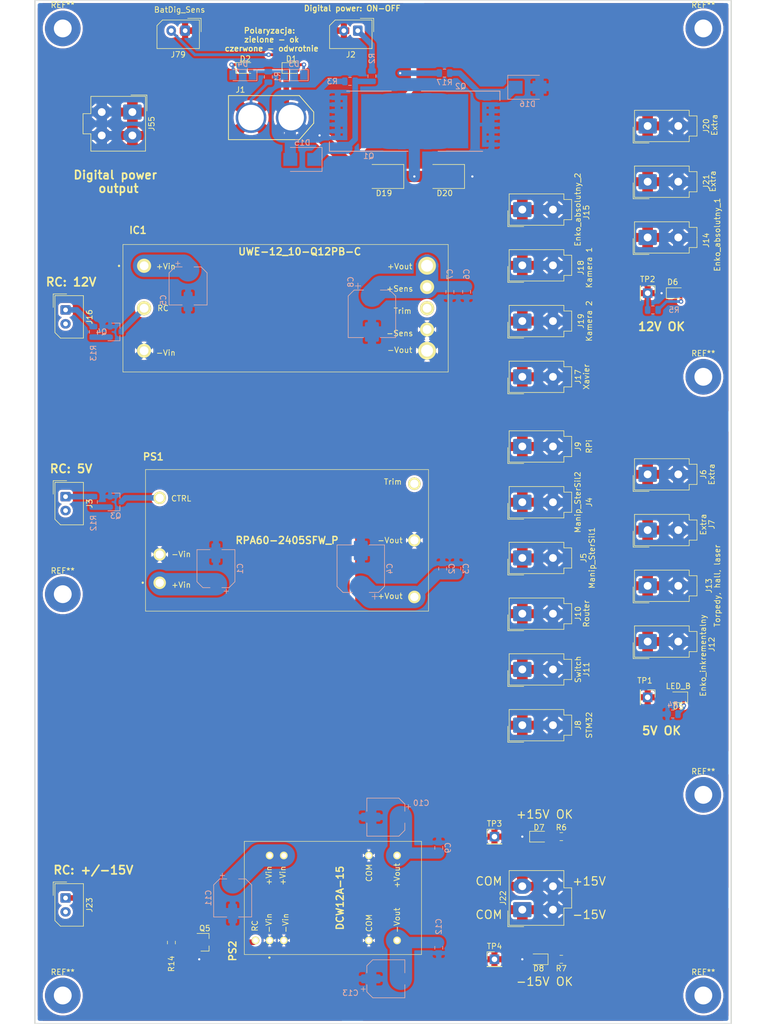
<source format=kicad_pcb>
(kicad_pcb (version 20171130) (host pcbnew "(5.0.2)-1")
  (layers (0 F.Cu signal) (31 B.Cu signal) (34 B.Paste user) (35 F.Paste user) (36 B.SilkS user) (37 F.SilkS user) (38 B.Mask user) (39 F.Mask user) (44 Edge.Cuts user))
  (net 0 "")
  (net 1 -BattDigit)
  (net 2 +BattDigit)
  (net 3 "Net-(C2-Pad1)")
  (net 4 "Net-(C6-Pad1)")
  (net 5 "Net-(C10-Pad1)")
  (net 6 "Net-(C12-Pad2)")
  (net 7 "Net-(D1-Pad2)")
  (net 8 /logika_main/-Batt)
  (net 9 "Net-(D5-Pad1)")
  (net 10 "Net-(D6-Pad2)")
  (net 11 "Net-(D7-Pad2)")
  (net 12 "Net-(D8-Pad1)")
  (net 13 "Net-(IC1-Pad2)")
  (net 14 "Net-(J2-Pad1)")
  (net 15 "Net-(J3-Pad1)")
  (net 16 "Net-(J16-Pad1)")
  (net 17 "Net-(J23-Pad1)")
  (net 18 "Net-(PS1-Pad3)")
  (net 19 "Net-(PS2-Pad1)")
  (net 20 "Net-(D2-Pad1)")
  (net 21 "Net-(D3-Pad2)")
  (net 22 "Net-(Q3-Pad1)")
  (net 23 "Net-(Q4-Pad1)")
  (net 24 "Net-(Q5-Pad1)")
  (net 25 "Net-(D15-Pad1)")
  (net 26 "Net-(D16-Pad1)")
  (net 27 "Net-(D19-Pad1)")
  (module MountingHole:MountingHole_3.2mm_M3_Pad (layer F.Cu) (at 138.24 156.404)
    (fp_text reference REF** (at 0 -4.2) (layer F.SilkS))
    (fp_text value MountingHole_3.2mm_M3_Pad)
    (pad 1 thru_hole circle (at 0 0) (size 6.4 6.4) (drill 3.2) (layers *.Cu *.Mask))
  )
  (module Connector_PinHeader_2.54mm:PinHeader_1x01_P2.54mm_Vertical (layer F.Cu) (at 128.24 66.404 270)
    (fp_text reference TP2 (at -2.5 0) (layer F.SilkS))
    (fp_text value D_12V)
    (pad 1 thru_hole rect (at 0 0 270) (size 1.7 1.7) (drill 1) (layers *.Cu *.Mask) (net 4 "Net-(C6-Pad1)"))
  )
  (module Resistor_SMD:R_0805_2012Metric (layer B.Cu) (at 78.74 27.4665 270)
    (fp_text reference R2 (at -3.175 0 270) (layer B.SilkS) (effects (justify mirror)))
    (fp_text value 100)
    (pad 1 smd roundrect (at -0.9375 0 270) (size 0.975 1.4) (layers B.Cu B.Paste B.Mask) (net 14 "Net-(J2-Pad1)"))
    (pad 2 smd roundrect (at 0.9375 0 270) (size 0.975 1.4) (layers B.Cu B.Paste B.Mask) (net 25 "Net-(D15-Pad1)"))
  )
  (module Resistor_SMD:R_0805_2012Metric (layer B.Cu) (at 74.8025 28.404 180)
    (fp_text reference R3 (at 3.175 0 180) (layer B.SilkS) (effects (justify mirror)))
    (fp_text value 10k)
    (pad 1 smd roundrect (at -0.9375 0 180) (size 0.975 1.4) (layers B.Cu B.Paste B.Mask) (net 25 "Net-(D15-Pad1)"))
    (pad 2 smd roundrect (at 0.9375 0 180) (size 0.975 1.4) (layers B.Cu B.Paste B.Mask) (net 8 /logika_main/-Batt))
  )
  (module DCW12A-15:DCW12A-15 (layer F.Cu) (at 71.74 174.904 90)
    (fp_text reference PS2 (at -9.5 -18 90) (layer F.SilkS) (effects (font (size 1.27 1.27) (thickness 0.254))))
    (fp_text value DCW12A-15 (at 0 1.27 90) (layer F.SilkS) (effects (font (size 1.27 1.27) (thickness 0.254))))
    (fp_text user RC (at -5 -14 90) (layer F.SilkS))
    (fp_text user -Vin (at -4.5 -11.5 90) (layer F.SilkS))
    (fp_text user -Vin (at -4.5 -8.5 90) (layer F.SilkS))
    (fp_text user +Vin (at 4 -11.5 90) (layer F.SilkS))
    (fp_text user +Vin (at 4 -9 90) (layer F.SilkS))
    (fp_text user COM (at -4.5 6.5 90) (layer F.SilkS))
    (fp_text user COM (at 4.5 6.5 90) (layer F.SilkS))
    (fp_text user -Vout (at -4 11.5 90) (layer F.SilkS))
    (fp_text user +Vout (at 4 11.5 90) (layer F.SilkS))
    (pad 2 thru_hole circle (at -7.62 -11.36 180) (size 1.4 1.4) (drill 0.9) (layers *.Cu *.Mask F.SilkS) (net 1 -BattDigit))
    (pad 3 thru_hole circle (at -7.62 -8.82 180) (size 1.4 1.4) (drill 0.9) (layers *.Cu *.Mask F.SilkS) (net 1 -BattDigit))
    (pad 9 thru_hole circle (at -7.62 6.44 180) (size 1.4 1.4) (drill 0.9) (layers *.Cu *.Mask F.SilkS) (net 1 -BattDigit))
    (pad 11 thru_hole circle (at -7.62 11.52 180) (size 1.4 1.4) (drill 0.9) (layers *.Cu *.Mask F.SilkS) (net 6 "Net-(C12-Pad2)"))
    (pad 14 thru_hole circle (at 7.62 11.52 180) (size 1.4 1.4) (drill 0.9) (layers *.Cu *.Mask F.SilkS) (net 5 "Net-(C10-Pad1)"))
    (pad 16 thru_hole circle (at 7.62 6.44 180) (size 1.4 1.4) (drill 0.9) (layers *.Cu *.Mask F.SilkS) (net 1 -BattDigit))
    (pad 22 thru_hole circle (at 7.62 -8.82 180) (size 1.4 1.4) (drill 0.9) (layers *.Cu *.Mask F.SilkS) (net 2 +BattDigit))
    (pad 23 thru_hole circle (at 7.62 -11.36 180) (size 1.4 1.4) (drill 0.9) (layers *.Cu *.Mask F.SilkS) (net 2 +BattDigit))
    (pad 1 thru_hole circle (at -7.62 -13.9 180) (size 1.4 1.4) (drill 0.9) (layers *.Cu *.Mask F.SilkS) (net 19 "Net-(PS2-Pad1)"))
  )
  (module UWE-12_10-Q12P-C:UWE-12_10-Q12P-C (layer F.Cu) (at 63.24 69.104)
    (fp_text reference IC1 (at -26.5 -14) (layer F.SilkS) (effects (font (size 1.27 1.27) (thickness 0.254))))
    (fp_text value UWE-12_10-Q12PB-C (at 2.54 -10.16) (layer F.SilkS) (effects (font (size 1.27 1.27) (thickness 0.254))))
    (fp_text user +Vin (at -21.5 -7.5) (layer F.SilkS))
    (fp_text user -Vin (at -21.5 8) (layer F.SilkS))
    (fp_text user RC (at -22 0) (layer F.SilkS))
    (fp_text user -Vout (at 20.5 7.5) (layer F.SilkS))
    (fp_text user +Vout (at 20.5 -7.5) (layer F.SilkS))
    (fp_text user +Sens (at 20.5 -3.5) (layer F.SilkS))
    (fp_text user -Sens (at 20.5 4.5) (layer F.SilkS))
    (fp_text user Trim (at 21 0.5) (layer F.SilkS))
    (pad 1 thru_hole circle (at -25.4 -7.62 90) (size 2.54 2.54) (drill 1.5748) (layers *.Cu *.Mask F.SilkS) (net 2 +BattDigit))
    (pad 2 thru_hole circle (at -25.4 0 90) (size 2.54 2.54) (drill 1.5748) (layers *.Cu *.Mask F.SilkS) (net 13 "Net-(IC1-Pad2)"))
    (pad 3 thru_hole circle (at -25.4 7.62 90) (size 2.54 2.54) (drill 1.5748) (layers *.Cu *.Mask F.SilkS) (net 1 -BattDigit))
    (pad 4 thru_hole circle (at 25.4 7.62 90) (size 3.2 3.2) (drill 2.1336) (layers *.Cu *.Mask F.SilkS) (net 1 -BattDigit))
    (pad 5 thru_hole circle (at 25.4 3.81 90) (size 2.54 2.54) (drill 1.5748) (layers *.Cu *.Mask F.SilkS) (net 1 -BattDigit))
    (pad 6 thru_hole circle (at 25.4 0 90) (size 2.54 2.54) (drill 1.5748) (layers *.Cu *.Mask F.SilkS))
    (pad 7 thru_hole circle (at 25.4 -3.81 90) (size 2.54 2.54) (drill 1.5748) (layers *.Cu *.Mask F.SilkS) (net 4 "Net-(C6-Pad1)"))
    (pad 8 thru_hole circle (at 25.4 -7.62 90) (size 3.2 3.2) (drill 2.1336) (layers *.Cu *.Mask F.SilkS) (net 4 "Net-(C6-Pad1)"))
  )
  (module LED_SMD:LED_0805_2012Metric (layer F.Cu) (at 133.28 66.404)
    (fp_text reference D6 (at -0.54 -2 180) (layer F.SilkS))
    (fp_text value LED_B)
    (pad 1 smd roundrect (at -0.9375 0) (size 0.975 1.4) (layers F.Cu F.Paste F.Mask) (net 1 -BattDigit))
    (pad 2 smd roundrect (at 0.9375 0) (size 0.975 1.4) (layers F.Cu F.Paste F.Mask) (net 10 "Net-(D6-Pad2)"))
  )
  (module molex_3d_2pin:Molex_Mini-Fit_Jr_5566-02A_2x01_P4.20mm_Vertical (layer F.Cu) (at 105.74 51.404 90)
    (fp_text reference J15 (at -0.5 11.5 90) (layer F.SilkS))
    (fp_text value Enko_absolutny_2 (at 0 9.95 90) (layer F.SilkS))
    (pad 1 thru_hole roundrect (at 0 0 90) (size 2.7 3.3) (drill 1.4) (layers *.Cu *.Mask) (roundrect_rratio 0.09259299999999999) (net 4 "Net-(C6-Pad1)"))
    (pad 2 thru_hole oval (at 0 5.5 90) (size 2.7 3.3) (drill 1.4) (layers *.Cu *.Mask) (net 1 -BattDigit))
  )
  (module molex_3d_2pin:Molex_Mini-Fit_Jr_5566-02A_2x01_P4.20mm_Vertical (layer F.Cu) (at 128.24 36.404 90)
    (fp_text reference J20 (at 0 10.52 90) (layer F.SilkS))
    (fp_text value Extra (at 0.18 12 90) (layer F.SilkS))
    (pad 1 thru_hole roundrect (at 0 0 90) (size 2.7 3.3) (drill 1.4) (layers *.Cu *.Mask) (roundrect_rratio 0.09259299999999999) (net 4 "Net-(C6-Pad1)"))
    (pad 2 thru_hole oval (at 0 5.5 90) (size 2.7 3.3) (drill 1.4) (layers *.Cu *.Mask) (net 1 -BattDigit))
  )
  (module molex_3d_2pin:Molex_Mini-Fit_Jr_5566-02A_2x01_P4.20mm_Vertical (layer F.Cu) (at 105.74 61.404 90)
    (fp_text reference J18 (at -0.42 10.5 90) (layer F.SilkS))
    (fp_text value "Kamera 1" (at -0.42 12 90) (layer F.SilkS))
    (pad 1 thru_hole roundrect (at 0 0 90) (size 2.7 3.3) (drill 1.4) (layers *.Cu *.Mask) (roundrect_rratio 0.09259299999999999) (net 4 "Net-(C6-Pad1)"))
    (pad 2 thru_hole oval (at 0 5.5 90) (size 2.7 3.3) (drill 1.4) (layers *.Cu *.Mask) (net 1 -BattDigit))
  )
  (module molex_3d_2pin:Molex_Mini-Fit_Jr_5566-02A_2x01_P4.20mm_Vertical (layer F.Cu) (at 105.74 81.404 90)
    (fp_text reference J17 (at 0 10 90) (layer F.SilkS))
    (fp_text value Xavier (at 0 11.5 90) (layer F.SilkS))
    (pad 2 thru_hole oval (at 0 5.5 90) (size 2.7 3.3) (drill 1.4) (layers *.Cu *.Mask) (net 1 -BattDigit))
    (pad 1 thru_hole roundrect (at 0 0 90) (size 2.7 3.3) (drill 1.4) (layers *.Cu *.Mask) (roundrect_rratio 0.09259299999999999) (net 4 "Net-(C6-Pad1)"))
  )
  (module molex_3d_2pin:Molex_Mini-Fit_Jr_5566-02A_2x01_P4.20mm_Vertical (layer F.Cu) (at 128.24 46.404 90)
    (fp_text reference J21 (at 0 10.52 90) (layer F.SilkS))
    (fp_text value Extra (at 0.075 11.695 90) (layer F.SilkS))
    (pad 2 thru_hole oval (at 0 5.5 90) (size 2.7 3.3) (drill 1.4) (layers *.Cu *.Mask) (net 1 -BattDigit))
    (pad 1 thru_hole roundrect (at 0 0 90) (size 2.7 3.3) (drill 1.4) (layers *.Cu *.Mask) (roundrect_rratio 0.09259299999999999) (net 4 "Net-(C6-Pad1)"))
  )
  (module molex_3d_2pin:Molex_Mini-Fit_Jr_5566-02A_2x01_P4.20mm_Vertical (layer F.Cu) (at 128.24 56.404 90)
    (fp_text reference J14 (at -0.5 10.5 90) (layer F.SilkS))
    (fp_text value Enko_absolutny_1 (at 0.5 12.5 90) (layer F.SilkS))
    (pad 2 thru_hole oval (at 0 5.5 90) (size 2.7 3.3) (drill 1.4) (layers *.Cu *.Mask) (net 1 -BattDigit))
    (pad 1 thru_hole roundrect (at 0 0 90) (size 2.7 3.3) (drill 1.4) (layers *.Cu *.Mask) (roundrect_rratio 0.09259299999999999) (net 4 "Net-(C6-Pad1)"))
  )
  (module molex_3d_2pin:Molex_Mini-Fit_Jr_5566-02A_2x01_P4.20mm_Vertical (layer F.Cu) (at 105.74 71.404 90)
    (fp_text reference J19 (at 0 10.52 90) (layer F.SilkS))
    (fp_text value "Kamera 2" (at 0 12 90) (layer F.SilkS))
    (pad 2 thru_hole oval (at 0 5.5 90) (size 2.7 3.3) (drill 1.4) (layers *.Cu *.Mask) (net 1 -BattDigit))
    (pad 1 thru_hole roundrect (at 0 0 90) (size 2.7 3.3) (drill 1.4) (layers *.Cu *.Mask) (roundrect_rratio 0.09259299999999999) (net 4 "Net-(C6-Pad1)"))
  )
  (module Connector_Molex:Molex_SPOX_5267-02A_1x02_P2.50mm_Vertical (layer F.Cu) (at 23.74 69.404 270)
    (fp_text reference J16 (at 1.25 -4.3 270) (layer F.SilkS))
    (fp_text value RC_D_12V)
    (pad 2 thru_hole oval (at 2.5 0 270) (size 1.7 1.85) (drill 0.85) (layers *.Cu *.Mask))
    (pad 1 thru_hole roundrect (at 0 0 270) (size 1.7 1.85) (drill 0.85) (layers *.Cu *.Mask) (roundrect_rratio 0.147059) (net 16 "Net-(J16-Pad1)"))
  )
  (module Resistor_SMD:R_0805_2012Metric (layer B.Cu) (at 28.74 73.3415 90)
    (fp_text reference R13 (at -3.81 0 90) (layer B.SilkS) (effects (justify mirror)))
    (fp_text value 3k3)
    (pad 2 smd roundrect (at 0.9375 0 90) (size 0.975 1.4) (layers B.Cu B.Paste B.Mask) (net 16 "Net-(J16-Pad1)"))
    (pad 1 smd roundrect (at -0.9375 0 90) (size 0.975 1.4) (layers B.Cu B.Paste B.Mask) (net 23 "Net-(Q4-Pad1)"))
  )
  (module Package_TO_SOT_SMD:SOT-23 (layer B.Cu) (at 32.74 73.354)
    (fp_text reference Q4 (at -2.54 0) (layer B.SilkS) (effects (justify mirror)))
    (fp_text value BC847A)
    (pad 3 smd rect (at 1 0) (size 0.9 0.8) (layers B.Cu B.Paste B.Mask) (net 13 "Net-(IC1-Pad2)"))
    (pad 2 smd rect (at -1 -0.95) (size 0.9 0.8) (layers B.Cu B.Paste B.Mask) (net 1 -BattDigit))
    (pad 1 smd rect (at -1 0.95) (size 0.9 0.8) (layers B.Cu B.Paste B.Mask) (net 23 "Net-(Q4-Pad1)"))
  )
  (module Resistor_SMD:R_0805_2012Metric (layer B.Cu) (at 129.1775 69.404 180)
    (fp_text reference R5 (at -3.81 0 180) (layer B.SilkS) (effects (justify mirror)))
    (fp_text value 1k8)
    (pad 1 smd roundrect (at -0.9375 0 180) (size 0.975 1.4) (layers B.Cu B.Paste B.Mask) (net 10 "Net-(D6-Pad2)"))
    (pad 2 smd roundrect (at 0.9375 0 180) (size 0.975 1.4) (layers B.Cu B.Paste B.Mask) (net 4 "Net-(C6-Pad1)"))
  )
  (module Capacitor_SMD:CP_Elec_6.3x5.4 (layer B.Cu) (at 50.74 115.824 90)
    (fp_text reference C1 (at 0 4.35 90) (layer B.SilkS) (effects (justify mirror)))
    (fp_text value 33uF)
    (pad 2 smd roundrect (at 2.8 0 90) (size 3.5 1.6) (layers B.Cu B.Paste B.Mask) (roundrect_rratio 0.15625) (net 1 -BattDigit))
    (pad 1 smd roundrect (at -2.8 0 90) (size 3.5 1.6) (layers B.Cu B.Paste B.Mask) (roundrect_rratio 0.15625) (net 2 +BattDigit))
  )
  (module Capacitor_SMD:C_0805_2012Metric (layer B.Cu) (at 91.44 115.824 90)
    (fp_text reference C2 (at 0 1.65 90) (layer B.SilkS) (effects (justify mirror)))
    (fp_text value 100nF)
    (pad 2 smd roundrect (at 0.9375 0 90) (size 0.975 1.4) (layers B.Cu B.Paste B.Mask) (net 1 -BattDigit))
    (pad 1 smd roundrect (at -0.9375 0 90) (size 0.975 1.4) (layers B.Cu B.Paste B.Mask) (net 3 "Net-(C2-Pad1)"))
  )
  (module Capacitor_SMD:CP_Elec_8x10 (layer B.Cu) (at 76.74 115.824 90)
    (fp_text reference C4 (at 0 5.2 90) (layer B.SilkS) (effects (justify mirror)))
    (fp_text value 200uF)
    (pad 1 smd roundrect (at -3.25 0 90) (size 3.5 2.5) (layers B.Cu B.Paste B.Mask) (roundrect_rratio 0.1) (net 3 "Net-(C2-Pad1)"))
    (pad 2 smd roundrect (at 3.25 0 90) (size 3.5 2.5) (layers B.Cu B.Paste B.Mask) (roundrect_rratio 0.1) (net 1 -BattDigit))
  )
  (module Capacitor_SMD:C_0805_2012Metric (layer B.Cu) (at 93.98 115.824 90)
    (fp_text reference C3 (at 0 1.65 90) (layer B.SilkS) (effects (justify mirror)))
    (fp_text value 10uF)
    (pad 2 smd roundrect (at 0.9375 0 90) (size 0.975 1.4) (layers B.Cu B.Paste B.Mask) (net 1 -BattDigit))
    (pad 1 smd roundrect (at -0.9375 0 90) (size 0.975 1.4) (layers B.Cu B.Paste B.Mask) (net 3 "Net-(C2-Pad1)"))
  )
  (module RPA60-2405SFW_P:RPA60-2405SFW_P (layer F.Cu) (at 63.5 110.744)
    (fp_text reference PS1 (at -24 -15) (layer F.SilkS) (effects (font (size 1.27 1.27) (thickness 0.254))))
    (fp_text value RPA60-2405SFW_P (at 0 0) (layer F.SilkS) (effects (font (size 1.27 1.27) (thickness 0.254))))
    (fp_text user +Vout (at 18.5 10) (layer F.SilkS))
    (fp_text user -Vout (at 18.5 0) (layer F.SilkS))
    (fp_text user Trim (at 19 -10.5) (layer F.SilkS))
    (fp_text user CTRL (at -19 -7.5) (layer F.SilkS))
    (fp_text user -Vin (at -19 2.5) (layer F.SilkS))
    (fp_text user +Vin (at -19 8) (layer F.SilkS))
    (pad 6 thru_hole circle (at 22.86 10.16 90) (size 2.25 2.25) (drill 1.5) (layers *.Cu *.Mask F.SilkS) (net 3 "Net-(C2-Pad1)"))
    (pad 5 thru_hole circle (at 22.86 0 90) (size 2.25 2.25) (drill 1.5) (layers *.Cu *.Mask F.SilkS) (net 1 -BattDigit))
    (pad 4 thru_hole circle (at 22.86 -10.16 90) (size 2.25 2.25) (drill 1.5) (layers *.Cu *.Mask F.SilkS))
    (pad 3 thru_hole circle (at -22.86 -7.62 90) (size 2.25 2.25) (drill 1.5) (layers *.Cu *.Mask F.SilkS) (net 18 "Net-(PS1-Pad3)"))
    (pad 2 thru_hole circle (at -22.86 2.54 90) (size 2.25 2.25) (drill 1.5) (layers *.Cu *.Mask F.SilkS) (net 1 -BattDigit))
    (pad 1 thru_hole circle (at -22.86 7.62 90) (size 2.25 2.25) (drill 1.5) (layers *.Cu *.Mask F.SilkS) (net 2 +BattDigit))
  )
  (module Capacitor_SMD:CP_Elec_6.3x5.4 (layer B.Cu) (at 45.74 65.104 270)
    (fp_text reference C5 (at 2.54 4.445 270) (layer B.SilkS) (effects (justify mirror)))
    (fp_text value 33uF)
    (pad 2 smd roundrect (at 2.8 0 270) (size 3.5 1.6) (layers B.Cu B.Paste B.Mask) (roundrect_rratio 0.15625) (net 1 -BattDigit))
    (pad 1 smd roundrect (at -2.8 0 270) (size 3.5 1.6) (layers B.Cu B.Paste B.Mask) (roundrect_rratio 0.15625) (net 2 +BattDigit))
  )
  (module Capacitor_SMD:C_0805_2012Metric (layer B.Cu) (at 95.74 66.1665 270)
    (fp_text reference C6 (at -3.175 0 270) (layer B.SilkS) (effects (justify mirror)))
    (fp_text value 100nF)
    (pad 2 smd roundrect (at 0.9375 0 270) (size 0.975 1.4) (layers B.Cu B.Paste B.Mask) (net 1 -BattDigit))
    (pad 1 smd roundrect (at -0.9375 0 270) (size 0.975 1.4) (layers B.Cu B.Paste B.Mask) (net 4 "Net-(C6-Pad1)"))
  )
  (module Capacitor_SMD:C_0805_2012Metric (layer B.Cu) (at 92.74 66.1665 270)
    (fp_text reference C7 (at -3.175 0 270) (layer B.SilkS) (effects (justify mirror)))
    (fp_text value 10uF)
    (pad 1 smd roundrect (at -0.9375 0 270) (size 0.975 1.4) (layers B.Cu B.Paste B.Mask) (net 4 "Net-(C6-Pad1)"))
    (pad 2 smd roundrect (at 0.9375 0 270) (size 0.975 1.4) (layers B.Cu B.Paste B.Mask) (net 1 -BattDigit))
  )
  (module Capacitor_SMD:CP_Elec_8x10 (layer B.Cu) (at 78.74 70.104 270)
    (fp_text reference C8 (at -5.715 3.81 270) (layer B.SilkS) (effects (justify mirror)))
    (fp_text value 200uF)
    (pad 2 smd roundrect (at 3.25 0 270) (size 3.5 2.5) (layers B.Cu B.Paste B.Mask) (roundrect_rratio 0.1) (net 1 -BattDigit))
    (pad 1 smd roundrect (at -3.25 0 270) (size 3.5 2.5) (layers B.Cu B.Paste B.Mask) (roundrect_rratio 0.1) (net 4 "Net-(C6-Pad1)"))
  )
  (module Capacitor_SMD:C_0805_2012Metric (layer B.Cu) (at 90.74 165.904 90)
    (fp_text reference C9 (at 0 1.65 90) (layer B.SilkS) (effects (justify mirror)))
    (fp_text value 100nF)
    (pad 1 smd roundrect (at -0.9375 0 90) (size 0.975 1.4) (layers B.Cu B.Paste B.Mask) (net 5 "Net-(C10-Pad1)"))
    (pad 2 smd roundrect (at 0.9375 0 90) (size 0.975 1.4) (layers B.Cu B.Paste B.Mask) (net 1 -BattDigit))
  )
  (module Capacitor_SMD:CP_Elec_6.3x7.7 (layer B.Cu) (at 81.24 160.404 180)
    (fp_text reference C10 (at -6.35 2.54 180) (layer B.SilkS) (effects (justify mirror)))
    (fp_text value 100uF)
    (pad 2 smd roundrect (at 2.7 0 180) (size 3.5 1.6) (layers B.Cu B.Paste B.Mask) (roundrect_rratio 0.15625) (net 1 -BattDigit))
    (pad 1 smd roundrect (at -2.7 0 180) (size 3.5 1.6) (layers B.Cu B.Paste B.Mask) (roundrect_rratio 0.15625) (net 5 "Net-(C10-Pad1)"))
  )
  (module Capacitor_SMD:CP_Elec_6.3x5.4 (layer B.Cu) (at 53.74 174.904 270)
    (fp_text reference C11 (at 0 4.35 270) (layer B.SilkS) (effects (justify mirror)))
    (fp_text value 33uF)
    (pad 1 smd roundrect (at -2.8 0 270) (size 3.5 1.6) (layers B.Cu B.Paste B.Mask) (roundrect_rratio 0.15625) (net 2 +BattDigit))
    (pad 2 smd roundrect (at 2.8 0 270) (size 3.5 1.6) (layers B.Cu B.Paste B.Mask) (roundrect_rratio 0.15625) (net 1 -BattDigit))
  )
  (module Capacitor_SMD:C_0805_2012Metric (layer B.Cu) (at 90.74 183.8415 90)
    (fp_text reference C12 (at 3.81 0 90) (layer B.SilkS) (effects (justify mirror)))
    (fp_text value 100nF)
    (pad 2 smd roundrect (at 0.9375 0 90) (size 0.975 1.4) (layers B.Cu B.Paste B.Mask) (net 6 "Net-(C12-Pad2)"))
    (pad 1 smd roundrect (at -0.9375 0 90) (size 0.975 1.4) (layers B.Cu B.Paste B.Mask) (net 1 -BattDigit))
  )
  (module Capacitor_SMD:CP_Elec_6.3x7.7 (layer B.Cu) (at 81.24 189.404)
    (fp_text reference C13 (at -6.35 2.54) (layer B.SilkS) (effects (justify mirror)))
    (fp_text value 100uF)
    (pad 1 smd roundrect (at -2.7 0) (size 3.5 1.6) (layers B.Cu B.Paste B.Mask) (roundrect_rratio 0.15625) (net 1 -BattDigit))
    (pad 2 smd roundrect (at 2.7 0) (size 3.5 1.6) (layers B.Cu B.Paste B.Mask) (roundrect_rratio 0.15625) (net 6 "Net-(C12-Pad2)"))
  )
  (module LED_SMD:LED_0805_2012Metric (layer F.Cu) (at 64.2925 26.004)
    (fp_text reference D1 (at 0 -1.65) (layer F.SilkS))
    (fp_text value LED_G)
    (pad 1 smd roundrect (at -0.9375 0) (size 0.975 1.4) (layers F.Cu F.Paste F.Mask) (net 8 /logika_main/-Batt))
    (pad 2 smd roundrect (at 0.9375 0) (size 0.975 1.4) (layers F.Cu F.Paste F.Mask) (net 7 "Net-(D1-Pad2)"))
  )
  (module LED_SMD:LED_0805_2012Metric (layer F.Cu) (at 56.0075 26.004)
    (fp_text reference D2 (at 0 -1.65) (layer F.SilkS))
    (fp_text value LED_R)
    (pad 2 smd roundrect (at 0.9375 0) (size 0.975 1.4) (layers F.Cu F.Paste F.Mask) (net 8 /logika_main/-Batt))
    (pad 1 smd roundrect (at -0.9375 0) (size 0.975 1.4) (layers F.Cu F.Paste F.Mask) (net 20 "Net-(D2-Pad1)"))
  )
  (module Diode_SMD:D_MiniMELF (layer B.Cu) (at 64.75 27.274 180)
    (fp_text reference D3 (at 0 2 180) (layer B.SilkS) (effects (justify mirror)))
    (fp_text value BAT48)
    (pad 2 smd rect (at 1.75 0 180) (size 1.3 1.7) (layers B.Cu B.Paste B.Mask) (net 21 "Net-(D3-Pad2)"))
    (pad 1 smd rect (at -1.75 0 180) (size 1.3 1.7) (layers B.Cu B.Paste B.Mask) (net 7 "Net-(D1-Pad2)"))
  )
  (module Diode_SMD:D_MiniMELF (layer B.Cu) (at 55.55 27.274 180)
    (fp_text reference D4 (at 0 2 180) (layer B.SilkS) (effects (justify mirror)))
    (fp_text value BAT48)
    (pad 2 smd rect (at 1.75 0 180) (size 1.3 1.7) (layers B.Cu B.Paste B.Mask) (net 20 "Net-(D2-Pad1)"))
    (pad 1 smd rect (at -1.75 0 180) (size 1.3 1.7) (layers B.Cu B.Paste B.Mask) (net 21 "Net-(D3-Pad2)"))
  )
  (module LED_SMD:LED_0805_2012Metric (layer F.Cu) (at 133.74 138.904 180)
    (fp_text reference D5 (at 0 -1.65 180) (layer F.SilkS))
    (fp_text value LED_B (at 0 2 180) (layer F.SilkS))
    (pad 1 smd roundrect (at -0.9375 0 180) (size 0.975 1.4) (layers F.Cu F.Paste F.Mask) (net 9 "Net-(D5-Pad1)"))
    (pad 2 smd roundrect (at 0.9375 0 180) (size 0.975 1.4) (layers F.Cu F.Paste F.Mask) (net 3 "Net-(C2-Pad1)"))
  )
  (module LED_SMD:LED_0805_2012Metric (layer F.Cu) (at 108.74 163.904)
    (fp_text reference D7 (at 0 -1.65) (layer F.SilkS))
    (fp_text value LED_B)
    (pad 1 smd roundrect (at -0.9375 0) (size 0.975 1.4) (layers F.Cu F.Paste F.Mask) (net 1 -BattDigit))
    (pad 2 smd roundrect (at 0.9375 0) (size 0.975 1.4) (layers F.Cu F.Paste F.Mask) (net 11 "Net-(D7-Pad2)"))
  )
  (module LED_SMD:LED_0805_2012Metric (layer F.Cu) (at 108.6775 185.904 180)
    (fp_text reference D8 (at 0 -1.65 180) (layer F.SilkS))
    (fp_text value LED_B)
    (pad 1 smd roundrect (at -0.9375 0 180) (size 0.975 1.4) (layers F.Cu F.Paste F.Mask) (net 12 "Net-(D8-Pad1)"))
    (pad 2 smd roundrect (at 0.9375 0 180) (size 0.975 1.4) (layers F.Cu F.Paste F.Mask) (net 1 -BattDigit))
  )
  (module power_connectors:XT60UPB-M (layer F.Cu) (at 60.64 34.904)
    (fp_text reference J1 (at -5.5 -5) (layer F.SilkS))
    (fp_text value "Battery digital")
    (pad 1 thru_hole circle (at -3.6 0) (size 5.5 5.5) (drill 4.6) (layers *.Cu *.Mask) (net 2 +BattDigit))
    (pad 2 thru_hole circle (at 3.6 0) (size 5.5 5.5) (drill 4.6) (layers *.Cu *.Mask) (net 8 /logika_main/-Batt))
  )
  (module Connector_Molex:Molex_SPOX_5267-02A_1x02_P2.50mm_Vertical (layer F.Cu) (at 76.2 19.304 180)
    (fp_text reference J2 (at 1.25 -4.3 180) (layer F.SilkS))
    (fp_text value "Digital power: ON-OFF" (at 1 4 180) (layer F.SilkS) (effects (font (thickness 0.2))))
    (pad 2 thru_hole oval (at 2.5 0 180) (size 1.7 1.85) (drill 0.85) (layers *.Cu *.Mask) (net 2 +BattDigit))
    (pad 1 thru_hole roundrect (at 0 0 180) (size 1.7 1.85) (drill 0.85) (layers *.Cu *.Mask) (roundrect_rratio 0.147059) (net 14 "Net-(J2-Pad1)"))
  )
  (module Connector_Molex:Molex_Mini-Fit_Jr_5566-04A_2x02_P4.20mm_Vertical (layer F.Cu) (at 105.74 177.004 90)
    (fp_text reference J22 (at 2.1 -3.45 90) (layer F.SilkS))
    (fp_text value hydrofony)
    (pad 1 thru_hole roundrect (at 0 0 90) (size 2.7 3.3) (drill 1.4) (layers *.Cu *.Mask) (roundrect_rratio 0.09259299999999999) (net 6 "Net-(C12-Pad2)"))
    (pad 2 thru_hole oval (at 4.2 0 90) (size 2.7 3.3) (drill 1.4) (layers *.Cu *.Mask) (net 5 "Net-(C10-Pad1)"))
    (pad 3 thru_hole oval (at 0 5.5 90) (size 2.7 3.3) (drill 1.4) (layers *.Cu *.Mask) (net 1 -BattDigit))
    (pad 4 thru_hole oval (at 4.2 5.5 90) (size 2.7 3.3) (drill 1.4) (layers *.Cu *.Mask) (net 1 -BattDigit))
  )
  (module Connector_Molex:Molex_Mini-Fit_Jr_5566-04A_2x02_P4.20mm_Vertical (layer F.Cu) (at 35.74 33.904 270)
    (fp_text reference J55 (at 2.1 -3.45 270) (layer F.SilkS))
    (fp_text value LP_OUT)
    (pad 4 thru_hole oval (at 4.2 5.5 270) (size 2.7 3.3) (drill 1.4) (layers *.Cu *.Mask) (net 1 -BattDigit))
    (pad 3 thru_hole oval (at 0 5.5 270) (size 2.7 3.3) (drill 1.4) (layers *.Cu *.Mask) (net 1 -BattDigit))
    (pad 2 thru_hole oval (at 4.2 0 270) (size 2.7 3.3) (drill 1.4) (layers *.Cu *.Mask) (net 2 +BattDigit))
    (pad 1 thru_hole roundrect (at 0 0 270) (size 2.7 3.3) (drill 1.4) (layers *.Cu *.Mask) (roundrect_rratio 0.09259299999999999) (net 2 +BattDigit))
  )
  (module Package_TO_SOT_SMD:Infineon_PG-HSOF-8-1 (layer B.Cu) (at 78.16 35.543196)
    (fp_text reference Q1 (at 0 6.25) (layer B.SilkS) (effects (justify mirror)))
    (fp_text value IPT004N03L)
    (pad 2 smd rect (at -4.25 -0.6 90) (size 8 0.8) (layers B.Cu B.Mask) (net 8 /logika_main/-Batt))
    (pad 1 smd rect (at -5.25 4.2 90) (size 0.8 2.8) (layers B.Cu B.Paste B.Mask) (net 25 "Net-(D15-Pad1)"))
    (pad 2 smd rect (at -5.25 3 90) (size 0.8 2.8) (layers B.Cu B.Paste B.Mask) (net 8 /logika_main/-Batt))
    (pad 2 smd rect (at -5.25 1.8 90) (size 0.8 2.8) (layers B.Cu B.Paste B.Mask) (net 8 /logika_main/-Batt))
    (pad 2 smd rect (at -5.25 -4.2 90) (size 0.8 2.8) (layers B.Cu B.Paste B.Mask) (net 8 /logika_main/-Batt))
    (pad 2 smd rect (at -5.25 -3 90) (size 0.8 2.8) (layers B.Cu B.Paste B.Mask) (net 8 /logika_main/-Batt))
    (pad 2 smd rect (at -5.25 -1.8 90) (size 0.8 2.8) (layers B.Cu B.Paste B.Mask) (net 8 /logika_main/-Batt))
    (pad 2 smd rect (at -5.25 -0.6 90) (size 0.8 2.8) (layers B.Cu B.Paste B.Mask) (net 8 /logika_main/-Batt))
    (pad 2 smd rect (at -5.25 0.6 90) (size 0.8 2.8) (layers B.Cu B.Paste B.Mask) (net 8 /logika_main/-Batt))
    (pad 3 smd rect (at 0.5 0 90) (size 9.7 3.7) (layers B.Cu B.Mask) (net 27 "Net-(D19-Pad1)"))
    (pad 3 smd rect (at 3.8 0 90) (size 8.7 2.9) (layers B.Cu B.Mask) (net 27 "Net-(D19-Pad1)"))
    (pad 3 smd rect (at 5.95 0 90) (size 10.1 1.4) (layers B.Cu B.Mask) (net 27 "Net-(D19-Pad1)"))
  )
  (module Package_TO_SOT_SMD:Infineon_PG-HSOF-8-1 (layer B.Cu) (at 94.67 35.543196 180)
    (fp_text reference Q2 (at 0 6.25 180) (layer B.SilkS) (effects (justify mirror)))
    (fp_text value IPT004N03L)
    (pad 2 smd rect (at -4.25 -0.6 270) (size 8 0.8) (layers B.Cu B.Mask) (net 1 -BattDigit))
    (pad 1 smd rect (at -5.25 4.2 270) (size 0.8 2.8) (layers B.Cu B.Paste B.Mask) (net 26 "Net-(D16-Pad1)"))
    (pad 2 smd rect (at -5.25 3 270) (size 0.8 2.8) (layers B.Cu B.Paste B.Mask) (net 1 -BattDigit))
    (pad 2 smd rect (at -5.25 1.8 270) (size 0.8 2.8) (layers B.Cu B.Paste B.Mask) (net 1 -BattDigit))
    (pad 2 smd rect (at -5.25 -4.2 270) (size 0.8 2.8) (layers B.Cu B.Paste B.Mask) (net 1 -BattDigit))
    (pad 2 smd rect (at -5.25 -3 270) (size 0.8 2.8) (layers B.Cu B.Paste B.Mask) (net 1 -BattDigit))
    (pad 2 smd rect (at -5.25 -1.8 270) (size 0.8 2.8) (layers B.Cu B.Paste B.Mask) (net 1 -BattDigit))
    (pad 2 smd rect (at -5.25 -0.6 270) (size 0.8 2.8) (layers B.Cu B.Paste B.Mask) (net 1 -BattDigit))
    (pad 2 smd rect (at -5.25 0.6 270) (size 0.8 2.8) (layers B.Cu B.Paste B.Mask) (net 1 -BattDigit))
    (pad 3 smd rect (at 0.5 0 270) (size 9.7 3.7) (layers B.Cu B.Mask) (net 27 "Net-(D19-Pad1)"))
    (pad 3 smd rect (at 3.8 0 270) (size 8.7 2.9) (layers B.Cu B.Mask) (net 27 "Net-(D19-Pad1)"))
    (pad 3 smd rect (at 5.95 0 270) (size 10.1 1.4) (layers B.Cu B.Mask) (net 27 "Net-(D19-Pad1)"))
  )
  (module Package_TO_SOT_SMD:SOT-23 (layer B.Cu) (at 32.74 103.854)
    (fp_text reference Q3 (at 0 2.5) (layer B.SilkS) (effects (justify mirror)))
    (fp_text value BC847A)
    (pad 3 smd rect (at 1 0) (size 0.9 0.8) (layers B.Cu B.Paste B.Mask) (net 18 "Net-(PS1-Pad3)"))
    (pad 2 smd rect (at -1 -0.95) (size 0.9 0.8) (layers B.Cu B.Paste B.Mask) (net 1 -BattDigit))
    (pad 1 smd rect (at -1 0.95) (size 0.9 0.8) (layers B.Cu B.Paste B.Mask) (net 22 "Net-(Q3-Pad1)"))
  )
  (module Package_TO_SOT_SMD:SOT-23 (layer F.Cu) (at 48.74 182.854)
    (fp_text reference Q5 (at 0 -2.5) (layer F.SilkS))
    (fp_text value BC847A)
    (pad 3 smd rect (at 1 0) (size 0.9 0.8) (layers F.Cu F.Paste F.Mask) (net 19 "Net-(PS2-Pad1)"))
    (pad 2 smd rect (at -1 0.95) (size 0.9 0.8) (layers F.Cu F.Paste F.Mask) (net 1 -BattDigit))
    (pad 1 smd rect (at -1 -0.95) (size 0.9 0.8) (layers F.Cu F.Paste F.Mask) (net 24 "Net-(Q5-Pad1)"))
  )
  (module Resistor_SMD:R_0805_2012Metric (layer B.Cu) (at 60.15 27.6065 90)
    (fp_text reference R1 (at 0 1.65 90) (layer B.SilkS) (effects (justify mirror)))
    (fp_text value 3k)
    (pad 2 smd roundrect (at 0.9375 0 90) (size 0.975 1.4) (layers B.Cu B.Paste B.Mask) (net 21 "Net-(D3-Pad2)"))
    (pad 1 smd roundrect (at -0.9375 0 90) (size 0.975 1.4) (layers B.Cu B.Paste B.Mask) (net 2 +BattDigit))
  )
  (module Resistor_SMD:R_0805_2012Metric (layer B.Cu) (at 132.74 141.904 180)
    (fp_text reference R4 (at 0 1.65 180) (layer B.SilkS) (effects (justify mirror)))
    (fp_text value 400)
    (pad 2 smd roundrect (at 0.9375 0 180) (size 0.975 1.4) (layers B.Cu B.Paste B.Mask) (net 1 -BattDigit))
    (pad 1 smd roundrect (at -0.9375 0 180) (size 0.975 1.4) (layers B.Cu B.Paste B.Mask) (net 9 "Net-(D5-Pad1)"))
  )
  (module Resistor_SMD:R_0805_2012Metric (layer F.Cu) (at 112.74 163.904)
    (fp_text reference R6 (at 0 -1.65) (layer F.SilkS))
    (fp_text value 2k4)
    (pad 2 smd roundrect (at 0.9375 0) (size 0.975 1.4) (layers F.Cu F.Paste F.Mask) (net 5 "Net-(C10-Pad1)"))
    (pad 1 smd roundrect (at -0.9375 0) (size 0.975 1.4) (layers F.Cu F.Paste F.Mask) (net 11 "Net-(D7-Pad2)"))
  )
  (module Resistor_SMD:R_0805_2012Metric (layer F.Cu) (at 112.74 185.904 180)
    (fp_text reference R7 (at 0 -1.65 180) (layer F.SilkS))
    (fp_text value 2k4)
    (pad 1 smd roundrect (at -0.9375 0 180) (size 0.975 1.4) (layers F.Cu F.Paste F.Mask) (net 6 "Net-(C12-Pad2)"))
    (pad 2 smd roundrect (at 0.9375 0 180) (size 0.975 1.4) (layers F.Cu F.Paste F.Mask) (net 12 "Net-(D8-Pad1)"))
  )
  (module Connector_PinHeader_2.54mm:PinHeader_1x01_P2.54mm_Vertical (layer F.Cu) (at 128.24 138.904 270)
    (fp_text reference TP1 (at -3 0.5) (layer F.SilkS))
    (fp_text value D_5V)
    (pad 1 thru_hole rect (at 0 0 270) (size 1.7 1.7) (drill 1) (layers *.Cu *.Mask) (net 3 "Net-(C2-Pad1)"))
  )
  (module Connector_PinHeader_2.54mm:PinHeader_1x01_P2.54mm_Vertical (layer F.Cu) (at 100.74 163.904)
    (fp_text reference TP3 (at 0 -2.33) (layer F.SilkS))
    (fp_text value D_5V)
    (pad 1 thru_hole rect (at 0 0) (size 1.7 1.7) (drill 1) (layers *.Cu *.Mask) (net 5 "Net-(C10-Pad1)"))
  )
  (module Connector_PinHeader_2.54mm:PinHeader_1x01_P2.54mm_Vertical (layer F.Cu) (at 100.74 185.904)
    (fp_text reference TP4 (at 0 -2.33) (layer F.SilkS))
    (fp_text value D_-5V)
    (pad 1 thru_hole rect (at 0 0) (size 1.7 1.7) (drill 1) (layers *.Cu *.Mask) (net 6 "Net-(C12-Pad2)"))
  )
  (module Connector_Molex:Molex_SPOX_5267-02A_1x02_P2.50mm_Vertical (layer F.Cu) (at 23.74 102.904 270)
    (fp_text reference J3 (at 1.25 -4.3 270) (layer F.SilkS))
    (fp_text value RC_D_5V)
    (pad 2 thru_hole oval (at 2.5 0 270) (size 1.7 1.85) (drill 0.85) (layers *.Cu *.Mask))
    (pad 1 thru_hole roundrect (at 0 0 270) (size 1.7 1.85) (drill 0.85) (layers *.Cu *.Mask) (roundrect_rratio 0.147059) (net 15 "Net-(J3-Pad1)"))
  )
  (module Connector_Molex:Molex_SPOX_5267-02A_1x02_P2.50mm_Vertical (layer F.Cu) (at 23.74 174.904 270)
    (fp_text reference J23 (at 1.25 -4.3 270) (layer F.SilkS))
    (fp_text value RC_D_15V)
    (pad 2 thru_hole oval (at 2.5 0 270) (size 1.7 1.85) (drill 0.85) (layers *.Cu *.Mask))
    (pad 1 thru_hole roundrect (at 0 0 270) (size 1.7 1.85) (drill 0.85) (layers *.Cu *.Mask) (roundrect_rratio 0.147059) (net 17 "Net-(J23-Pad1)"))
  )
  (module Resistor_SMD:R_0805_2012Metric (layer B.Cu) (at 28.74 103.8415 90)
    (fp_text reference R12 (at -3.81 0 90) (layer B.SilkS) (effects (justify mirror)))
    (fp_text value 3k3)
    (pad 2 smd roundrect (at 0.9375 0 90) (size 0.975 1.4) (layers B.Cu B.Paste B.Mask) (net 15 "Net-(J3-Pad1)"))
    (pad 1 smd roundrect (at -0.9375 0 90) (size 0.975 1.4) (layers B.Cu B.Paste B.Mask) (net 22 "Net-(Q3-Pad1)"))
  )
  (module Resistor_SMD:R_0805_2012Metric (layer F.Cu) (at 42.74 182.904 90)
    (fp_text reference R14 (at -3.81 0 90) (layer F.SilkS))
    (fp_text value 3k3)
    (pad 1 smd roundrect (at -0.9375 0 90) (size 0.975 1.4) (layers F.Cu F.Paste F.Mask) (net 24 "Net-(Q5-Pad1)"))
    (pad 2 smd roundrect (at 0.9375 0 90) (size 0.975 1.4) (layers F.Cu F.Paste F.Mask) (net 17 "Net-(J23-Pad1)"))
  )
  (module molex_3d_2pin:Molex_Mini-Fit_Jr_5566-02A_2x01_P4.20mm_Vertical (layer F.Cu) (at 105.74 103.904 90)
    (fp_text reference J4 (at 0 12 90) (layer F.SilkS))
    (fp_text value Manip_SterSil2 (at 0 9.95 90) (layer F.SilkS))
    (pad 1 thru_hole roundrect (at 0 0 90) (size 2.7 3.3) (drill 1.4) (layers *.Cu *.Mask) (roundrect_rratio 0.09259299999999999) (net 3 "Net-(C2-Pad1)"))
    (pad 2 thru_hole oval (at 0 5.5 90) (size 2.7 3.3) (drill 1.4) (layers *.Cu *.Mask) (net 1 -BattDigit))
  )
  (module molex_3d_2pin:Molex_Mini-Fit_Jr_5566-02A_2x01_P4.20mm_Vertical (layer F.Cu) (at 105.74 113.904 90)
    (fp_text reference J5 (at 0 11 90) (layer F.SilkS))
    (fp_text value Manip_SterSil1 (at 0 12.5 90) (layer F.SilkS))
    (pad 2 thru_hole oval (at 0 5.5 90) (size 2.7 3.3) (drill 1.4) (layers *.Cu *.Mask) (net 1 -BattDigit))
    (pad 1 thru_hole roundrect (at 0 0 90) (size 2.7 3.3) (drill 1.4) (layers *.Cu *.Mask) (roundrect_rratio 0.09259299999999999) (net 3 "Net-(C2-Pad1)"))
  )
  (module molex_3d_2pin:Molex_Mini-Fit_Jr_5566-02A_2x01_P4.20mm_Vertical (layer F.Cu) (at 128.24 98.904 90)
    (fp_text reference J6 (at 0 10 90) (layer F.SilkS))
    (fp_text value Extra (at 0 11.5 90) (layer F.SilkS))
    (pad 1 thru_hole roundrect (at 0 0 90) (size 2.7 3.3) (drill 1.4) (layers *.Cu *.Mask) (roundrect_rratio 0.09259299999999999) (net 3 "Net-(C2-Pad1)"))
    (pad 2 thru_hole oval (at 0 5.5 90) (size 2.7 3.3) (drill 1.4) (layers *.Cu *.Mask) (net 1 -BattDigit))
  )
  (module molex_3d_2pin:Molex_Mini-Fit_Jr_5566-02A_2x01_P4.20mm_Vertical (layer F.Cu) (at 128.24 108.904 90)
    (fp_text reference J7 (at 1 11.5 90) (layer F.SilkS))
    (fp_text value Extra (at 1 10 90) (layer F.SilkS))
    (pad 1 thru_hole roundrect (at 0 0 90) (size 2.7 3.3) (drill 1.4) (layers *.Cu *.Mask) (roundrect_rratio 0.09259299999999999) (net 3 "Net-(C2-Pad1)"))
    (pad 2 thru_hole oval (at 0 5.5 90) (size 2.7 3.3) (drill 1.4) (layers *.Cu *.Mask) (net 1 -BattDigit))
  )
  (module molex_3d_2pin:Molex_Mini-Fit_Jr_5566-02A_2x01_P4.20mm_Vertical (layer F.Cu) (at 105.74 143.904 90)
    (fp_text reference J8 (at 0 10 90) (layer F.SilkS))
    (fp_text value STM32 (at 0 12 90) (layer F.SilkS))
    (pad 2 thru_hole oval (at 0 5.5 90) (size 2.7 3.3) (drill 1.4) (layers *.Cu *.Mask) (net 1 -BattDigit))
    (pad 1 thru_hole roundrect (at 0 0 90) (size 2.7 3.3) (drill 1.4) (layers *.Cu *.Mask) (roundrect_rratio 0.09259299999999999) (net 3 "Net-(C2-Pad1)"))
  )
  (module molex_3d_2pin:Molex_Mini-Fit_Jr_5566-02A_2x01_P4.20mm_Vertical (layer F.Cu) (at 105.74 93.904 90)
    (fp_text reference J9 (at 0 10 90) (layer F.SilkS))
    (fp_text value RPi (at 0 12 90) (layer F.SilkS))
    (pad 2 thru_hole oval (at 0 5.5 90) (size 2.7 3.3) (drill 1.4) (layers *.Cu *.Mask) (net 1 -BattDigit))
    (pad 1 thru_hole roundrect (at 0 0 90) (size 2.7 3.3) (drill 1.4) (layers *.Cu *.Mask) (roundrect_rratio 0.09259299999999999) (net 3 "Net-(C2-Pad1)"))
  )
  (module molex_3d_2pin:Molex_Mini-Fit_Jr_5566-02A_2x01_P4.20mm_Vertical (layer F.Cu) (at 105.74 123.904 90)
    (fp_text reference J10 (at 0 10 90) (layer F.SilkS))
    (fp_text value Router (at 0 11.5 90) (layer F.SilkS))
    (pad 1 thru_hole roundrect (at 0 0 90) (size 2.7 3.3) (drill 1.4) (layers *.Cu *.Mask) (roundrect_rratio 0.09259299999999999) (net 3 "Net-(C2-Pad1)"))
    (pad 2 thru_hole oval (at 0 5.5 90) (size 2.7 3.3) (drill 1.4) (layers *.Cu *.Mask) (net 1 -BattDigit))
  )
  (module molex_3d_2pin:Molex_Mini-Fit_Jr_5566-02A_2x01_P4.20mm_Vertical (layer F.Cu) (at 105.74 133.904 90)
    (fp_text reference J11 (at 0 11.5 90) (layer F.SilkS))
    (fp_text value Switch (at 0 10 90) (layer F.SilkS))
    (pad 2 thru_hole oval (at 0 5.5 90) (size 2.7 3.3) (drill 1.4) (layers *.Cu *.Mask) (net 1 -BattDigit))
    (pad 1 thru_hole roundrect (at 0 0 90) (size 2.7 3.3) (drill 1.4) (layers *.Cu *.Mask) (roundrect_rratio 0.09259299999999999) (net 3 "Net-(C2-Pad1)"))
  )
  (module molex_3d_2pin:Molex_Mini-Fit_Jr_5566-02A_2x01_P4.20mm_Vertical (layer F.Cu) (at 128.24 128.904 90)
    (fp_text reference J12 (at -0.5 11.5 90) (layer F.SilkS))
    (fp_text value Enko_inkrementalny (at -2.5 9.95 90) (layer F.SilkS))
    (pad 1 thru_hole roundrect (at 0 0 90) (size 2.7 3.3) (drill 1.4) (layers *.Cu *.Mask) (roundrect_rratio 0.09259299999999999) (net 3 "Net-(C2-Pad1)"))
    (pad 2 thru_hole oval (at 0 5.5 90) (size 2.7 3.3) (drill 1.4) (layers *.Cu *.Mask) (net 1 -BattDigit))
  )
  (module molex_3d_2pin:Molex_Mini-Fit_Jr_5566-02A_2x01_P4.20mm_Vertical (layer F.Cu) (at 128.24 118.904 90)
    (fp_text reference J13 (at 0 11 90) (layer F.SilkS))
    (fp_text value "Torpedy, hall, laser" (at 0 12.5 90) (layer F.SilkS))
    (pad 1 thru_hole roundrect (at 0 0 90) (size 2.7 3.3) (drill 1.4) (layers *.Cu *.Mask) (roundrect_rratio 0.09259299999999999) (net 3 "Net-(C2-Pad1)"))
    (pad 2 thru_hole oval (at 0 5.5 90) (size 2.7 3.3) (drill 1.4) (layers *.Cu *.Mask) (net 1 -BattDigit))
  )
  (module MountingHole:MountingHole_3.2mm_M3_Pad (layer F.Cu) (at 23.24 18.904)
    (fp_text reference REF** (at 0 -4.2) (layer F.SilkS))
    (fp_text value MountingHole_3.2mm_M3_Pad)
    (pad 1 thru_hole circle (at 0 0) (size 6.4 6.4) (drill 3.2) (layers *.Cu *.Mask))
  )
  (module MountingHole:MountingHole_3.2mm_M3_Pad (layer F.Cu) (at 138.24 18.904)
    (fp_text reference REF** (at 0 -4.2) (layer F.SilkS))
    (fp_text value MountingHole_3.2mm_M3_Pad)
    (pad 1 thru_hole circle (at 0 0) (size 6.4 6.4) (drill 3.2) (layers *.Cu *.Mask))
  )
  (module MountingHole:MountingHole_3.2mm_M3_Pad (layer F.Cu) (at 23.24 120.404)
    (fp_text reference REF** (at 0 -4.2) (layer F.SilkS))
    (fp_text value MountingHole_3.2mm_M3_Pad)
    (pad 1 thru_hole circle (at 0 0) (size 6.4 6.4) (drill 3.2) (layers *.Cu *.Mask))
  )
  (module MountingHole:MountingHole_3.2mm_M3_Pad (layer F.Cu) (at 138.24 81.404)
    (fp_text reference REF** (at 0 -4.2) (layer F.SilkS))
    (fp_text value MountingHole_3.2mm_M3_Pad)
    (pad 1 thru_hole circle (at 0 0) (size 6.4 6.4) (drill 3.2) (layers *.Cu *.Mask))
  )
  (module MountingHole:MountingHole_3.2mm_M3_Pad (layer F.Cu) (at 138.24 192.404)
    (fp_text reference REF** (at 0 -4.2) (layer F.SilkS))
    (fp_text value MountingHole_3.2mm_M3_Pad)
    (pad 1 thru_hole circle (at 0 0) (size 6.4 6.4) (drill 3.2) (layers *.Cu *.Mask))
  )
  (module MountingHole:MountingHole_3.2mm_M3_Pad (layer F.Cu) (at 23.24 192.404)
    (fp_text reference REF** (at 0 -4.2) (layer F.SilkS))
    (fp_text value MountingHole_3.2mm_M3_Pad)
    (pad 1 thru_hole circle (at 0 0) (size 6.4 6.4) (drill 3.2) (layers *.Cu *.Mask))
  )
  (module Diode_SMD:D_SMB (layer B.Cu) (at 66.24 42.404 180)
    (fp_text reference D15 (at 0 3 180) (layer B.SilkS) (effects (justify mirror)))
    (fp_text value D_TVS)
    (pad 2 smd rect (at 2.15 0 180) (size 2.5 2.3) (layers B.Cu B.Paste B.Mask) (net 8 /logika_main/-Batt))
    (pad 1 smd rect (at -2.15 0 180) (size 2.5 2.3) (layers B.Cu B.Paste B.Mask) (net 25 "Net-(D15-Pad1)"))
  )
  (module Diode_SMD:D_SMB (layer B.Cu) (at 106.68 29.464)
    (fp_text reference D16 (at 0 3) (layer B.SilkS) (effects (justify mirror)))
    (fp_text value D_TVS)
    (pad 1 smd rect (at -2.15 0) (size 2.5 2.3) (layers B.Cu B.Paste B.Mask) (net 26 "Net-(D16-Pad1)"))
    (pad 2 smd rect (at 2.15 0) (size 2.5 2.3) (layers B.Cu B.Paste B.Mask) (net 1 -BattDigit))
  )
  (module Resistor_SMD:R_0805_2012Metric (layer B.Cu) (at 91.7725 26.924)
    (fp_text reference R17 (at 0 1.65) (layer B.SilkS) (effects (justify mirror)))
    (fp_text value 100)
    (pad 1 smd roundrect (at -0.9375 0) (size 0.975 1.4) (layers B.Cu B.Paste B.Mask) (net 2 +BattDigit))
    (pad 2 smd roundrect (at 0.9375 0) (size 0.975 1.4) (layers B.Cu B.Paste B.Mask) (net 26 "Net-(D16-Pad1)"))
  )
  (module Diode_SMD:D_SMB (layer F.Cu) (at 80.908 45.466 180)
    (fp_text reference D19 (at 0 -3 180) (layer F.SilkS))
    (fp_text value D_TVS)
    (pad 1 smd rect (at -2.15 0 180) (size 2.5 2.3) (layers F.Cu F.Paste F.Mask) (net 27 "Net-(D19-Pad1)"))
    (pad 2 smd rect (at 2.15 0 180) (size 2.5 2.3) (layers F.Cu F.Paste F.Mask) (net 8 /logika_main/-Batt))
  )
  (module Diode_SMD:D_SMB (layer F.Cu) (at 91.812 45.466 180)
    (fp_text reference D20 (at 0 -3 180) (layer F.SilkS))
    (fp_text value D_TVS)
    (pad 2 smd rect (at 2.15 0 180) (size 2.5 2.3) (layers F.Cu F.Paste F.Mask) (net 27 "Net-(D19-Pad1)"))
    (pad 1 smd rect (at -2.15 0 180) (size 2.5 2.3) (layers F.Cu F.Paste F.Mask) (net 1 -BattDigit))
  )
  (module Connector_Molex:Molex_SPOX_5267-02A_1x02_P2.50mm_Vertical (layer F.Cu) (at 45.212 19.304 180)
    (fp_text reference J79 (at 1.25 -4.3 180) (layer F.SilkS))
    (fp_text value BatDig_Sens (at 1 3.75 180) (layer F.SilkS))
    (pad 2 thru_hole oval (at 2.5 0 180) (size 1.7 1.85) (drill 0.85) (layers *.Cu *.Mask) (net 8 /logika_main/-Batt))
    (pad 1 thru_hole roundrect (at 0 0 180) (size 1.7 1.85) (drill 0.85) (layers *.Cu *.Mask) (roundrect_rratio 0.147059) (net 2 +BattDigit))
  )
  (gr_text "Polaryzacja: \nzielone - ok\nczerwone - odwrotnie" (at 60.74 20.904) (layer F.SilkS) (effects (font (size 1 1) (thickness 0.2))))
  (gr_text "5V OK" (at 130.74 144.904) (layer F.SilkS) (effects (font (size 1.5 1.5) (thickness 0.3))))
  (gr_text "12V OK" (at 130.74 72.404) (layer F.SilkS) (effects (font (size 1.5 1.5) (thickness 0.3))))
  (gr_text "Digital power \noutput" (at 33.24 46.404) (layer F.SilkS) (effects (font (size 1.5 1.5) (thickness 0.3))))
  (gr_text "RC: 12V" (at 24.74 64.404) (layer F.SilkS) (effects (font (size 1.5 1.5) (thickness 0.3))))
  (gr_text "RC: 5V" (at 24.74 97.904) (layer F.SilkS) (effects (font (size 1.5 1.5) (thickness 0.3))))
  (gr_text "RC: +/-15V" (at 28.74 169.904) (layer F.SilkS) (effects (font (size 1.5 1.5) (thickness 0.3))))
  (gr_text COM (at 99.74 177.904) (layer F.SilkS) (effects (font (size 1.5 1.5) (thickness 0.2))))
  (gr_text COM (at 99.74 171.904) (layer F.SilkS) (effects (font (size 1.5 1.5) (thickness 0.2))))
  (gr_text -15V (at 117.74 177.904) (layer F.SilkS) (effects (font (size 1.5 1.5) (thickness 0.2))))
  (gr_text +15V (at 117.74 171.904) (layer F.SilkS) (effects (font (size 1.5 1.5) (thickness 0.2))))
  (gr_text "-15V OK" (at 109.74 189.904) (layer F.SilkS) (effects (font (size 1.5 1.5) (thickness 0.2))))
  (gr_text "+15V OK" (at 109.74 159.904) (layer F.SilkS) (effects (font (size 1.5 1.5) (thickness 0.2))))
  (gr_line (start 143.24 197.404) (end 18.24 197.404) (layer Edge.Cuts) (width 0.1))
  (gr_line (start 18.24 197.404) (end 18.24 13.904) (layer Edge.Cuts) (width 0.2))
  (gr_line (start 143.24 13.904) (end 143.24 197.404) (layer Edge.Cuts) (width 0.2))
  (gr_line (start 18.24 13.904) (end 143.24 13.904) (layer Edge.Cuts) (width 0.1))
  (via (at 105.74 163.904) (size 0.8) (drill 0.4) (layers F.Cu B.Cu) (net 1))
  (segment (start 107.8025 163.904) (end 105.74 163.904) (width 1) (layer F.Cu) (net 1))
  (via (at 130.74 66.404) (size 0.8) (drill 0.4) (layers F.Cu B.Cu) (net 1))
  (segment (start 132.3425 66.404) (end 130.74 66.404) (width 0.5) (layer F.Cu) (net 1))
  (via (at 47.74 185.904) (size 0.8) (drill 0.4) (layers F.Cu B.Cu) (net 1))
  (segment (start 47.74 183.804) (end 47.74 185.904) (width 1) (layer F.Cu) (net 1))
  (via (at 105.74 185.904) (size 0.8) (drill 0.4) (layers F.Cu B.Cu) (net 1))
  (segment (start 107.74 185.904) (end 105.74 185.904) (width 1) (layer F.Cu) (net 1))
  (via (at 96.774 45.466) (size 0.8) (drill 0.4) (layers F.Cu B.Cu) (net 1))
  (segment (start 93.962 45.466) (end 96.774 45.466) (width 2) (layer F.Cu) (net 1))
  (segment (start 57.04 31.654) (end 57.04 34.904) (width 0.5) (layer B.Cu) (net 2))
  (segment (start 60.15 28.544) (end 57.04 31.654) (width 0.5) (layer B.Cu) (net 2))
  (segment (start 44.92 61.484) (end 45.74 62.304) (width 4) (layer B.Cu) (net 2))
  (segment (start 37.84 61.484) (end 44.92 61.484) (width 4) (layer B.Cu) (net 2))
  (segment (start 40.9 118.624) (end 40.64 118.364) (width 4) (layer B.Cu) (net 2))
  (segment (start 50.74 118.624) (end 40.9 118.624) (width 4) (layer B.Cu) (net 2))
  (segment (start 62.92 167.284) (end 60.38 167.284) (width 4) (layer B.Cu) (net 2))
  (segment (start 58.56 167.284) (end 53.74 172.104) (width 4) (layer B.Cu) (net 2))
  (segment (start 60.38 167.284) (end 58.56 167.284) (width 4) (layer B.Cu) (net 2))
  (via (at 83.82 26.924) (size 0.8) (drill 0.4) (layers F.Cu B.Cu) (net 2))
  (segment (start 90.835 26.924) (end 83.82 26.924) (width 1) (layer B.Cu) (net 2))
  (segment (start 78.57 120.904) (end 76.74 119.074) (width 4) (layer B.Cu) (net 3))
  (segment (start 86.36 120.904) (end 78.57 120.904) (width 4) (layer B.Cu) (net 3))
  (segment (start 90.5025 116.7615) (end 86.36 120.904) (width 2) (layer B.Cu) (net 3))
  (segment (start 91.44 116.7615) (end 90.5025 116.7615) (width 2) (layer B.Cu) (net 3))
  (segment (start 91.44 116.7615) (end 93.98 116.7615) (width 2) (layer B.Cu) (net 3))
  (segment (start 132.8025 138.904) (end 128.24 138.904) (width 0.5) (layer F.Cu) (net 3))
  (segment (start 80.3 65.294) (end 88.64 65.294) (width 4) (layer B.Cu) (net 4))
  (segment (start 78.74 66.854) (end 80.3 65.294) (width 4) (layer B.Cu) (net 4))
  (segment (start 88.64 61.484) (end 88.64 65.294) (width 4) (layer B.Cu) (net 4))
  (segment (start 88.705 65.229) (end 88.64 65.294) (width 2) (layer B.Cu) (net 4))
  (segment (start 95.74 65.229) (end 88.705 65.229) (width 2) (layer B.Cu) (net 4))
  (segment (start 128.24 69.404) (end 128.24 66.404) (width 0.5) (layer B.Cu) (net 4))
  (segment (start 83.7025 166.8415) (end 83.26 167.284) (width 2) (layer B.Cu) (net 5))
  (segment (start 90.74 166.8415) (end 83.7025 166.8415) (width 2) (layer B.Cu) (net 5))
  (segment (start 83.94 166.604) (end 83.26 167.284) (width 4) (layer B.Cu) (net 5))
  (segment (start 83.94 160.404) (end 83.94 166.604) (width 4) (layer B.Cu) (net 5))
  (segment (start 83.64 182.904) (end 83.26 182.524) (width 2) (layer B.Cu) (net 6))
  (segment (start 90.74 182.904) (end 83.64 182.904) (width 2) (layer B.Cu) (net 6))
  (segment (start 83.94 183.204) (end 83.26 182.524) (width 4) (layer B.Cu) (net 6))
  (segment (start 83.94 189.404) (end 83.94 183.204) (width 4) (layer B.Cu) (net 6))
  (segment (start 65.23 26.004) (end 65.83 25.404) (width 0.5) (layer F.Cu) (net 7))
  (via (at 66.54 25.404) (size 0.8) (drill 0.4) (layers F.Cu B.Cu) (net 7))
  (segment (start 65.83 25.404) (end 66.54 25.404) (width 0.5) (layer F.Cu) (net 7))
  (segment (start 66.5 25.444) (end 66.54 25.404) (width 0.5) (layer B.Cu) (net 7))
  (segment (start 66.5 27.274) (end 66.5 25.444) (width 0.5) (layer B.Cu) (net 7))
  (segment (start 56.945 26.004) (end 63.355 26.004) (width 0.5) (layer F.Cu) (net 8))
  (segment (start 73.865 28.404) (end 70.91 28.404) (width 1) (layer B.Cu) (net 8))
  (segment (start 70.91 28.404) (end 68.58 30.734) (width 1) (layer B.Cu) (net 8))
  (segment (start 68.58 30.734) (end 68.58 32.004) (width 1) (layer B.Cu) (net 8))
  (segment (start 64.09 42.404) (end 64.09 41.554) (width 2) (layer B.Cu) (net 8))
  (segment (start 64.09 35.054) (end 64.24 34.904) (width 2) (layer B.Cu) (net 8))
  (segment (start 64.09 42.404) (end 64.09 35.054) (width 2) (layer B.Cu) (net 8))
  (segment (start 42.568 19.21) (end 42.568 19.285) (width 0.5) (layer B.Cu) (net 8))
  (segment (start 63.355 34.019) (end 64.24 34.904) (width 1) (layer F.Cu) (net 8))
  (segment (start 63.355 26.004) (end 63.355 34.019) (width 1) (layer F.Cu) (net 8))
  (segment (start 42.712 19.304) (end 42.712 19.379) (width 0.5) (layer B.Cu) (net 8))
  (via (at 60.198 23.622) (size 0.8) (drill 0.4) (layers F.Cu B.Cu) (net 8))
  (segment (start 42.712 19.379) (end 46.955 23.622) (width 0.5) (layer B.Cu) (net 8))
  (segment (start 46.955 23.622) (end 60.198 23.622) (width 0.5) (layer B.Cu) (net 8))
  (segment (start 60.973 23.622) (end 63.355 26.004) (width 0.5) (layer F.Cu) (net 8))
  (segment (start 60.198 23.622) (end 60.973 23.622) (width 0.5) (layer F.Cu) (net 8))
  (via (at 69.342 38.1) (size 0.8) (drill 0.4) (layers F.Cu B.Cu) (net 8))
  (segment (start 78.758 45.466) (end 76.708 45.466) (width 2) (layer F.Cu) (net 8))
  (segment (start 76.708 45.466) (end 69.342 38.1) (width 2) (layer F.Cu) (net 8))
  (via (at 134.74 140.404) (size 0.8) (drill 0.4) (layers F.Cu B.Cu) (net 9))
  (segment (start 134.6775 138.904) (end 134.6775 140.3415) (width 0.5) (layer F.Cu) (net 9))
  (segment (start 134.6775 140.3415) (end 134.74 140.404) (width 0.5) (layer F.Cu) (net 9))
  (segment (start 134.74 140.8415) (end 133.6775 141.904) (width 0.5) (layer B.Cu) (net 9))
  (segment (start 134.74 140.404) (end 134.74 140.8415) (width 0.5) (layer B.Cu) (net 9))
  (segment (start 134.24 66.4265) (end 134.2175 66.404) (width 0.5) (layer F.Cu) (net 10))
  (via (at 134.24 67.904) (size 0.8) (drill 0.4) (layers F.Cu B.Cu) (net 10))
  (segment (start 134.2175 66.404) (end 134.2175 67.8815) (width 0.5) (layer F.Cu) (net 10))
  (segment (start 134.2175 67.8815) (end 134.24 67.904) (width 0.5) (layer F.Cu) (net 10))
  (segment (start 131.615 67.904) (end 130.115 69.404) (width 0.5) (layer B.Cu) (net 10))
  (segment (start 134.24 67.904) (end 131.615 67.904) (width 0.5) (layer B.Cu) (net 10))
  (segment (start 109.6775 163.904) (end 111.8025 163.904) (width 1) (layer F.Cu) (net 11))
  (segment (start 109.615 185.904) (end 111.8025 185.904) (width 1) (layer F.Cu) (net 12))
  (segment (start 33.74 73.204) (end 37.84 69.104) (width 1) (layer B.Cu) (net 13))
  (segment (start 33.74 73.354) (end 33.74 73.204) (width 1) (layer B.Cu) (net 13))
  (segment (start 78.74 21.844) (end 76.2 19.304) (width 1) (layer B.Cu) (net 14))
  (segment (start 78.74 26.529) (end 78.74 21.844) (width 1) (layer B.Cu) (net 14))
  (segment (start 23.74 102.904) (end 28.74 102.904) (width 1) (layer B.Cu) (net 15))
  (segment (start 25.74 69.404) (end 28.74 72.404) (width 1) (layer B.Cu) (net 16))
  (segment (start 25.74 69.404) (end 23.74 69.404) (width 1) (layer B.Cu) (net 16))
  (segment (start 42.74 181.9665) (end 33.8025 181.9665) (width 1) (layer F.Cu) (net 17))
  (segment (start 33.8025 181.9665) (end 26.74 174.904) (width 1) (layer F.Cu) (net 17))
  (segment (start 26.74 174.904) (end 23.74 174.904) (width 1) (layer F.Cu) (net 17))
  (segment (start 34.47 103.124) (end 33.74 103.854) (width 1) (layer B.Cu) (net 18))
  (segment (start 40.64 103.124) (end 34.47 103.124) (width 1) (layer B.Cu) (net 18))
  (segment (start 57.51 182.854) (end 57.84 182.524) (width 1) (layer F.Cu) (net 19))
  (segment (start 49.74 182.854) (end 57.51 182.854) (width 1) (layer F.Cu) (net 19))
  (via (at 53.54 25.404) (size 0.8) (drill 0.4) (layers F.Cu B.Cu) (net 20))
  (segment (start 53.8 27.274) (end 53.8 25.664) (width 0.5) (layer B.Cu) (net 20))
  (segment (start 53.8 25.664) (end 53.54 25.404) (width 0.5) (layer B.Cu) (net 20))
  (segment (start 54.47 25.404) (end 55.07 26.004) (width 0.5) (layer F.Cu) (net 20))
  (segment (start 53.54 25.404) (end 54.47 25.404) (width 0.5) (layer F.Cu) (net 20))
  (segment (start 62.395 26.669) (end 63 27.274) (width 0.5) (layer B.Cu) (net 21))
  (segment (start 60.15 26.669) (end 62.395 26.669) (width 0.5) (layer B.Cu) (net 21))
  (segment (start 57.905 26.669) (end 57.3 27.274) (width 0.5) (layer B.Cu) (net 21))
  (segment (start 60.15 26.669) (end 57.905 26.669) (width 0.5) (layer B.Cu) (net 21))
  (segment (start 31.715 104.779) (end 31.74 104.804) (width 1) (layer B.Cu) (net 22))
  (segment (start 28.74 104.779) (end 31.715 104.779) (width 1) (layer B.Cu) (net 22))
  (segment (start 31.715 74.279) (end 31.74 74.304) (width 1) (layer B.Cu) (net 23))
  (segment (start 28.74 74.279) (end 31.715 74.279) (width 1) (layer B.Cu) (net 23))
  (segment (start 43.8025 183.8415) (end 42.74 183.8415) (width 1) (layer F.Cu) (net 24))
  (segment (start 47.74 181.904) (end 45.74 181.904) (width 1) (layer F.Cu) (net 24))
  (segment (start 45.74 181.904) (end 43.8025 183.8415) (width 1) (layer F.Cu) (net 24))
  (segment (start 78.74 28.404) (end 75.74 28.404) (width 1) (layer B.Cu) (net 25))
  (segment (start 75.74 37.904) (end 75.74 28.404) (width 1) (layer B.Cu) (net 25))
  (segment (start 75.74 38.773198) (end 75.74 37.904) (width 1) (layer B.Cu) (net 25))
  (segment (start 74.770002 39.743196) (end 75.74 38.773198) (width 1) (layer B.Cu) (net 25))
  (segment (start 72.91 39.743196) (end 74.770002 39.743196) (width 1) (layer B.Cu) (net 25))
  (segment (start 71.88 40.404) (end 74.24 40.404) (width 2) (layer B.Cu) (net 25))
  (segment (start 68.39 42.404) (end 70.39 40.404) (width 2) (layer B.Cu) (net 25))
  (segment (start 70.39 40.404) (end 71.88 40.404) (width 2) (layer B.Cu) (net 25))
  (segment (start 94.500804 26.924) (end 92.71 26.924) (width 1) (layer B.Cu) (net 26))
  (segment (start 99.92 31.343196) (end 98.92 31.343196) (width 1) (layer B.Cu) (net 26))
  (segment (start 104.53 29.464) (end 104.14 29.464) (width 2) (layer B.Cu) (net 26))
  (segment (start 102.87 30.734) (end 98.310804 30.734) (width 2) (layer B.Cu) (net 26))
  (segment (start 104.14 29.464) (end 102.87 30.734) (width 2) (layer B.Cu) (net 26))
  (segment (start 98.92 31.343196) (end 98.310804 30.734) (width 1) (layer B.Cu) (net 26))
  (segment (start 98.310804 30.734) (end 94.500804 26.924) (width 1) (layer B.Cu) (net 26))
  (segment (start 90.87 35.543196) (end 86.36 35.543196) (width 10) (layer B.Cu) (net 27))
  (segment (start 86.36 35.543196) (end 81.96 35.543196) (width 10) (layer B.Cu) (net 27))
  (via (at 86.36 45.466) (size 0.8) (drill 0.4) (layers F.Cu B.Cu) (net 27))
  (segment (start 89.662 45.466) (end 86.36 45.466) (width 2) (layer F.Cu) (net 27))
  (segment (start 86.36 45.466) (end 83.058 45.466) (width 2) (layer F.Cu) (net 27))
  (segment (start 86.36 45.466) (end 86.36 35.543196) (width 2) (layer B.Cu) (net 27))
  (zone (net 2) (net_name +BattDigit) (layer F.Cu) (connect_pads (clearance 0.4)) (min_thickness 0.254) (fill yes (arc_segments 32) (thermal_gap 0.4) (thermal_bridge_width 2) (smoothing fillet) (radius 3))
    (polygon (pts (xy 18.24 13.904) (xy 85.74 13.904) (xy 85.74 29.404) (xy 74.74 42.904) (xy 74.74 138.904) (xy 74.74 151.404) (xy 74.74 197.404) (xy 18.24 197.404)))
  )
  (zone (net 3) (net_name "Net-(C2-Pad1)") (layer F.Cu) (connect_pads (clearance 0.4)) (min_thickness 0.254) (fill yes (arc_segments 32) (thermal_gap 0.4) (thermal_bridge_width 2) (smoothing fillet) (radius 3))
    (polygon (pts (xy 143.24 89.904) (xy 75.74 89.904) (xy 75.74 139.404) (xy 75.74 149.904) (xy 143.24 149.904)))
  )
  (zone (net 5) (net_name "Net-(C10-Pad1)") (layer F.Cu) (connect_pads (clearance 0.4)) (min_thickness 0.254) (fill yes (arc_segments 32) (thermal_gap 0.4) (thermal_bridge_width 2) (smoothing fillet) (radius 3))
    (polygon (pts (xy 75.74 151.404) (xy 143.24 151.404) (xy 143.24 174.404) (xy 75.74 174.404)))
  )
  (zone (net 6) (net_name "Net-(C12-Pad2)") (layer F.Cu) (connect_pads (clearance 0.4)) (min_thickness 0.254) (fill yes (arc_segments 32) (thermal_gap 0.4) (thermal_bridge_width 2) (smoothing fillet) (radius 3))
    (polygon (pts (xy 75.74 197.404) (xy 143.24 197.404) (xy 143.24 175.404) (xy 75.74 175.404)))
  )
  (zone (net 4) (net_name "Net-(C6-Pad1)") (layer F.Cu) (connect_pads (clearance 0.4)) (min_thickness 0.254) (fill yes (arc_segments 32) (thermal_gap 0.4) (thermal_bridge_width 2) (smoothing fillet) (radius 3))
    (polygon (pts (xy 75.74 42.904) (xy 86.74 29.404) (xy 86.74 13.904) (xy 143.24 13.904) (xy 143.24 88.904) (xy 75.74 88.904)))
  )
  (zone (net 8) (net_name /logika_main/-Batt) (layer B.Cu) (priority 2) (connect_pads (clearance 0.4)) (min_thickness 0.254) (fill yes (arc_segments 32) (thermal_gap 0.4) (thermal_bridge_width 2) (smoothing fillet) (radius 2))
    (polygon (pts (xy 76.24 29.904) (xy 76.24 39.404) (xy 60.74 39.404) (xy 60.74 29.904)))
  )
  (zone (net 1) (net_name -BattDigit) (layer B.Cu) (priority 1) (connect_pads (clearance 0.4)) (min_thickness 0.254) (fill yes (arc_segments 32) (thermal_gap 0.4) (thermal_bridge_width 2) (smoothing fillet) (radius 2))
    (polygon (pts (xy 18.24 13.904) (xy 143.24 13.904) (xy 143.24 197.404) (xy 18.24 197.404)))
  )
)
</source>
